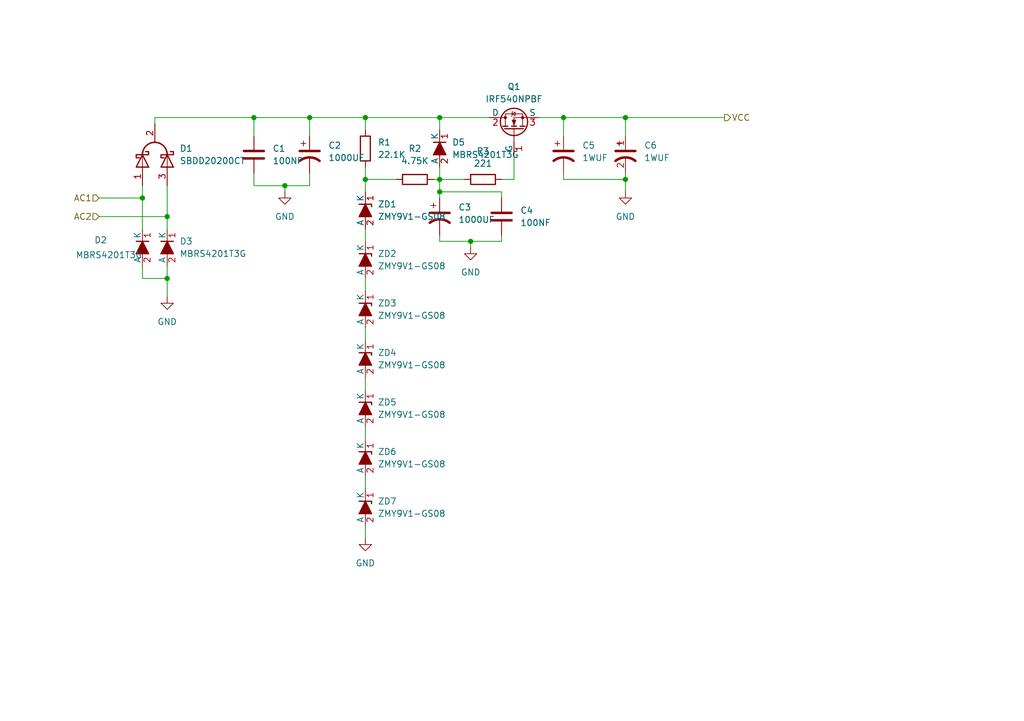
<source format=kicad_sch>
(kicad_sch
	(version 20250114)
	(generator "eeschema")
	(generator_version "9.0")
	(uuid "6dad1b16-b3d4-451c-97c5-e19427bb8780")
	(paper "A5")
	(lib_symbols
		(symbol "3rd_components:SBDD20200CT"
			(pin_names
				(offset 1.016)
				(hide yes)
			)
			(exclude_from_sim no)
			(in_bom yes)
			(on_board yes)
			(property "Reference" "D"
				(at 0 -13.716 0)
				(effects
					(font
						(size 1.27 1.27)
					)
				)
			)
			(property "Value" "SBDD20200CT"
				(at 0 -11.938 0)
				(effects
					(font
						(size 1.27 1.27)
					)
				)
			)
			(property "Footprint" ""
				(at 0 -4.445 0)
				(effects
					(font
						(size 1.27 1.27)
					)
					(hide yes)
				)
			)
			(property "Datasheet" ""
				(at 0 0 0)
				(effects
					(font
						(size 1.27 1.27)
					)
					(hide yes)
				)
			)
			(property "Description" ""
				(at 0 0 0)
				(effects
					(font
						(size 1.27 1.27)
					)
					(hide yes)
				)
			)
			(property "ki_keywords" "COMMON CATHODE"
				(at 0 0 0)
				(effects
					(font
						(size 1.27 1.27)
					)
					(hide yes)
				)
			)
			(property "ki_fp_filters" "D?MELF*"
				(at 0 0 0)
				(effects
					(font
						(size 1.27 1.27)
					)
					(hide yes)
				)
			)
			(symbol "SBDD20200CT_0_1"
				(polyline
					(pts
						(xy -2.54 -1.27) (xy -2.54 1.27)
					)
					(stroke
						(width 0)
						(type default)
					)
					(fill
						(type none)
					)
				)
				(polyline
					(pts
						(xy -1.905 1.905) (xy -1.27 1.905) (xy -1.27 1.27) (xy -3.81 1.27) (xy -3.81 0.635) (xy -3.175 0.635)
					)
					(stroke
						(width 0.254)
						(type default)
					)
					(fill
						(type none)
					)
				)
				(polyline
					(pts
						(xy -1.27 -1.27) (xy -3.81 -1.27) (xy -2.54 1.27) (xy -1.27 -1.27)
					)
					(stroke
						(width 0.254)
						(type default)
					)
					(fill
						(type none)
					)
				)
				(polyline
					(pts
						(xy 2.54 -1.27) (xy 2.54 1.27)
					)
					(stroke
						(width 0)
						(type default)
					)
					(fill
						(type none)
					)
				)
				(polyline
					(pts
						(xy 3.175 1.905) (xy 3.81 1.905) (xy 3.81 1.27) (xy 1.27 1.27) (xy 1.27 0.635) (xy 1.905 0.635)
					)
					(stroke
						(width 0.254)
						(type default)
					)
					(fill
						(type none)
					)
				)
				(polyline
					(pts
						(xy 3.81 -1.27) (xy 1.27 -1.27) (xy 2.54 1.27) (xy 3.81 -1.27)
					)
					(stroke
						(width 0.254)
						(type default)
					)
					(fill
						(type none)
					)
				)
			)
			(symbol "SBDD20200CT_1_1"
				(arc
					(start -2.54 1.27)
					(mid -1.7961 3.0661)
					(end 0 3.81)
					(stroke
						(width 0.3)
						(type solid)
					)
					(fill
						(type none)
					)
				)
				(arc
					(start 0 3.81)
					(mid 1.7961 3.0661)
					(end 2.54 1.27)
					(stroke
						(width 0.3)
						(type solid)
					)
					(fill
						(type none)
					)
				)
				(pin passive line
					(at -2.54 -5.08 90)
					(length 3.81)
					(name "A"
						(effects
							(font
								(size 1.27 1.27)
							)
						)
					)
					(number "1"
						(effects
							(font
								(size 1.27 1.27)
							)
						)
					)
				)
				(pin passive line
					(at 0 7.62 270)
					(length 3.81)
					(name "C"
						(effects
							(font
								(size 1.27 1.27)
							)
						)
					)
					(number "2"
						(effects
							(font
								(size 1.27 1.27)
							)
						)
					)
				)
				(pin passive line
					(at 2.54 -5.08 90)
					(length 3.81)
					(name "A"
						(effects
							(font
								(size 1.27 1.27)
							)
						)
					)
					(number "3"
						(effects
							(font
								(size 1.27 1.27)
							)
						)
					)
				)
			)
			(embedded_fonts no)
		)
		(symbol "C_Polarized_1"
			(pin_names
				(offset 0)
				(hide yes)
			)
			(exclude_from_sim no)
			(in_bom yes)
			(on_board yes)
			(property "Reference" "C"
				(at 1.778 -1.524 0)
				(effects
					(font
						(size 1.27 1.27)
					)
					(justify left)
				)
			)
			(property "Value" "C_Polarized"
				(at 1.778 -3.302 0)
				(effects
					(font
						(size 1.27 1.27)
					)
					(justify left)
				)
			)
			(property "Footprint" ""
				(at 0 0 0)
				(effects
					(font
						(size 1.27 1.27)
					)
					(hide yes)
				)
			)
			(property "Datasheet" "~"
				(at 0 0 0)
				(effects
					(font
						(size 1.27 1.27)
					)
					(hide yes)
				)
			)
			(property "Description" "Polarized Capacitor"
				(at 1.778 -5.334 0)
				(effects
					(font
						(size 1.27 1.27)
					)
					(justify left)
					(hide yes)
				)
			)
			(property "ki_keywords" "cap capacitor"
				(at 0 0 0)
				(effects
					(font
						(size 1.27 1.27)
					)
					(hide yes)
				)
			)
			(property "ki_fp_filters" "CP_*"
				(at 0 0 0)
				(effects
					(font
						(size 1.27 1.27)
					)
					(hide yes)
				)
			)
			(symbol "C_Polarized_1_0_1"
				(arc
					(start -1.27 2.032)
					(mid -0.5572 0)
					(end -1.27 -2.032)
					(stroke
						(width 0.508)
						(type default)
					)
					(fill
						(type none)
					)
				)
				(polyline
					(pts
						(xy 0.762 2.032) (xy 0.762 -2.032)
					)
					(stroke
						(width 0.508)
						(type default)
					)
					(fill
						(type none)
					)
				)
				(polyline
					(pts
						(xy 1.778 1.27) (xy 2.794 1.27)
					)
					(stroke
						(width 0)
						(type default)
					)
					(fill
						(type none)
					)
				)
				(polyline
					(pts
						(xy 2.286 1.778) (xy 2.286 0.762)
					)
					(stroke
						(width 0)
						(type default)
					)
					(fill
						(type none)
					)
				)
			)
			(symbol "C_Polarized_1_1_1"
				(pin passive line
					(at -3.81 0 0)
					(length 3.302)
					(name "2"
						(effects
							(font
								(size 1.27 1.27)
							)
						)
					)
					(number "2"
						(effects
							(font
								(size 1.27 1.27)
							)
						)
					)
				)
				(pin passive line
					(at 3.81 0 180)
					(length 2.794)
					(name "1"
						(effects
							(font
								(size 1.27 1.27)
							)
						)
					)
					(number "1"
						(effects
							(font
								(size 1.27 1.27)
							)
						)
					)
				)
			)
			(embedded_fonts no)
		)
		(symbol "generic components:C_Polarized"
			(pin_numbers
				(hide yes)
			)
			(pin_names
				(offset 0)
				(hide yes)
			)
			(exclude_from_sim no)
			(in_bom yes)
			(on_board yes)
			(property "Reference" "C"
				(at 1.778 -1.524 0)
				(effects
					(font
						(size 1.27 1.27)
					)
					(justify left)
				)
			)
			(property "Value" "C_Polarized"
				(at 1.778 -3.302 0)
				(effects
					(font
						(size 1.27 1.27)
					)
					(justify left)
				)
			)
			(property "Footprint" ""
				(at 0 0 0)
				(effects
					(font
						(size 1.27 1.27)
					)
					(hide yes)
				)
			)
			(property "Datasheet" "~"
				(at 0 0 0)
				(effects
					(font
						(size 1.27 1.27)
					)
					(hide yes)
				)
			)
			(property "Description" "Polarized Capacitor"
				(at 1.778 -5.334 0)
				(effects
					(font
						(size 1.27 1.27)
					)
					(justify left)
					(hide yes)
				)
			)
			(property "ki_keywords" "cap capacitor"
				(at 0 0 0)
				(effects
					(font
						(size 1.27 1.27)
					)
					(hide yes)
				)
			)
			(property "ki_fp_filters" "CP_*"
				(at 0 0 0)
				(effects
					(font
						(size 1.27 1.27)
					)
					(hide yes)
				)
			)
			(symbol "C_Polarized_0_1"
				(arc
					(start -1.27 2.032)
					(mid -0.5572 0)
					(end -1.27 -2.032)
					(stroke
						(width 0.508)
						(type default)
					)
					(fill
						(type none)
					)
				)
				(polyline
					(pts
						(xy 0.762 2.032) (xy 0.762 -2.032)
					)
					(stroke
						(width 0.508)
						(type default)
					)
					(fill
						(type none)
					)
				)
				(polyline
					(pts
						(xy 1.778 1.27) (xy 2.794 1.27)
					)
					(stroke
						(width 0)
						(type default)
					)
					(fill
						(type none)
					)
				)
				(polyline
					(pts
						(xy 2.286 1.778) (xy 2.286 0.762)
					)
					(stroke
						(width 0)
						(type default)
					)
					(fill
						(type none)
					)
				)
			)
			(symbol "C_Polarized_1_1"
				(pin passive line
					(at -3.81 0 0)
					(length 3.302)
					(name "2"
						(effects
							(font
								(size 1.27 1.27)
							)
						)
					)
					(number "2"
						(effects
							(font
								(size 1.27 1.27)
							)
						)
					)
				)
				(pin passive line
					(at 3.81 0 180)
					(length 2.794)
					(name "1"
						(effects
							(font
								(size 1.27 1.27)
							)
						)
					)
					(number "1"
						(effects
							(font
								(size 1.27 1.27)
							)
						)
					)
				)
			)
			(embedded_fonts no)
		)
		(symbol "generic components:C_Unpolarized"
			(pin_numbers
				(hide yes)
			)
			(pin_names
				(offset 0.254)
			)
			(exclude_from_sim no)
			(in_bom yes)
			(on_board yes)
			(property "Reference" "C"
				(at 1.524 1.27 0)
				(effects
					(font
						(size 1.27 1.27)
					)
					(justify left)
				)
			)
			(property "Value" "Cap_Non_Polarized"
				(at 1.524 -1.524 0)
				(effects
					(font
						(size 1.27 1.27)
					)
					(justify left)
				)
			)
			(property "Footprint" ""
				(at 0.9652 -3.81 0)
				(effects
					(font
						(size 1.27 1.27)
					)
					(hide yes)
				)
			)
			(property "Datasheet" "~"
				(at 0 0 0)
				(effects
					(font
						(size 1.27 1.27)
					)
					(hide yes)
				)
			)
			(property "Description" "Unpolarized capacitor"
				(at 1.524 -3.81 0)
				(effects
					(font
						(size 1.27 1.27)
					)
					(justify left)
					(hide yes)
				)
			)
			(property "ki_keywords" "cap capacitor"
				(at 0 0 0)
				(effects
					(font
						(size 1.27 1.27)
					)
					(hide yes)
				)
			)
			(property "ki_fp_filters" "C_*"
				(at 0 0 0)
				(effects
					(font
						(size 1.27 1.27)
					)
					(hide yes)
				)
			)
			(symbol "C_Unpolarized_0_1"
				(polyline
					(pts
						(xy -0.762 2.032) (xy -0.762 -2.032)
					)
					(stroke
						(width 0.508)
						(type default)
					)
					(fill
						(type none)
					)
				)
				(polyline
					(pts
						(xy 0.762 2.032) (xy 0.762 -2.032)
					)
					(stroke
						(width 0.508)
						(type default)
					)
					(fill
						(type none)
					)
				)
			)
			(symbol "C_Unpolarized_1_1"
				(pin passive line
					(at -3.81 0 0)
					(length 2.794)
					(name "~"
						(effects
							(font
								(size 1.27 1.27)
							)
						)
					)
					(number "2"
						(effects
							(font
								(size 1.27 1.27)
							)
						)
					)
				)
				(pin passive line
					(at 3.81 0 180)
					(length 2.794)
					(name "~"
						(effects
							(font
								(size 1.27 1.27)
							)
						)
					)
					(number "1"
						(effects
							(font
								(size 1.27 1.27)
							)
						)
					)
				)
			)
			(embedded_fonts no)
		)
		(symbol "generic components:Diode"
			(pin_names
				(offset 0)
			)
			(exclude_from_sim no)
			(in_bom yes)
			(on_board yes)
			(property "Reference" "D"
				(at 0 -2.794 0)
				(effects
					(font
						(size 1.27 1.27)
					)
					(justify left)
				)
			)
			(property "Value" "Diode"
				(at 0 -4.572 0)
				(effects
					(font
						(size 1.27 1.27)
					)
					(justify left)
				)
			)
			(property "Footprint" ""
				(at 0 0 0)
				(effects
					(font
						(size 1.27 1.27)
					)
					(hide yes)
				)
			)
			(property "Datasheet" "~"
				(at 0 0 0)
				(effects
					(font
						(size 1.27 1.27)
					)
					(hide yes)
				)
			)
			(property "Description" "Diode"
				(at 0 -6.35 0)
				(effects
					(font
						(size 1.27 1.27)
					)
					(justify left)
					(hide yes)
				)
			)
			(property "ki_fp_filters" "TO-???* *_Diode_* *SingleDiode* D_*"
				(at 0 0 0)
				(effects
					(font
						(size 1.27 1.27)
					)
					(hide yes)
				)
			)
			(symbol "Diode_0_1"
				(polyline
					(pts
						(xy -1.27 1.27) (xy -1.27 -1.27) (xy 1.27 0) (xy -1.27 1.27)
					)
					(stroke
						(width 0.254)
						(type default)
					)
					(fill
						(type outline)
					)
				)
				(polyline
					(pts
						(xy -1.27 0) (xy 1.27 0)
					)
					(stroke
						(width 0)
						(type default)
					)
					(fill
						(type none)
					)
				)
				(polyline
					(pts
						(xy 1.27 1.27) (xy 1.27 -1.27) (xy 1.27 -1.27)
					)
					(stroke
						(width 0.254)
						(type default)
					)
					(fill
						(type none)
					)
				)
			)
			(symbol "Diode_1_1"
				(pin passive line
					(at -3.81 0 0)
					(length 2.54)
					(name "A"
						(effects
							(font
								(size 1.27 1.27)
							)
						)
					)
					(number "2"
						(effects
							(font
								(size 1.27 1.27)
							)
						)
					)
				)
				(pin passive line
					(at 3.81 0 180)
					(length 2.54)
					(name "K"
						(effects
							(font
								(size 1.27 1.27)
							)
						)
					)
					(number "1"
						(effects
							(font
								(size 1.27 1.27)
							)
						)
					)
				)
			)
			(embedded_fonts no)
		)
		(symbol "generic components:Mosfet_N_Channel"
			(pin_names
				(offset 0)
			)
			(exclude_from_sim no)
			(in_bom yes)
			(on_board yes)
			(property "Reference" "Q"
				(at 5.334 2.032 0)
				(effects
					(font
						(size 1.27 1.27)
					)
					(justify left)
				)
			)
			(property "Value" "Mosfet_N_Channel"
				(at 5.334 0 0)
				(effects
					(font
						(size 1.27 1.27)
					)
					(justify left)
				)
			)
			(property "Footprint" ""
				(at 0 0 0)
				(effects
					(font
						(size 1.27 1.27)
					)
					(hide yes)
				)
			)
			(property "Datasheet" ""
				(at 0 0 0)
				(effects
					(font
						(size 1.27 1.27)
					)
					(hide yes)
				)
			)
			(property "Description" "N沟道"
				(at 5.334 -2.032 0)
				(effects
					(font
						(size 1.27 1.27)
					)
					(justify left)
					(hide yes)
				)
			)
			(symbol "Mosfet_N_Channel_0_1"
				(polyline
					(pts
						(xy 0.254 1.905) (xy 0.254 -1.905)
					)
					(stroke
						(width 0.254)
						(type default)
					)
					(fill
						(type none)
					)
				)
				(polyline
					(pts
						(xy 0.254 0) (xy -2.54 0)
					)
					(stroke
						(width 0)
						(type default)
					)
					(fill
						(type none)
					)
				)
				(polyline
					(pts
						(xy 0.762 2.286) (xy 0.762 1.27)
					)
					(stroke
						(width 0.254)
						(type default)
					)
					(fill
						(type none)
					)
				)
				(polyline
					(pts
						(xy 0.762 0.508) (xy 0.762 -0.508)
					)
					(stroke
						(width 0.254)
						(type default)
					)
					(fill
						(type none)
					)
				)
				(polyline
					(pts
						(xy 0.762 -1.27) (xy 0.762 -2.286)
					)
					(stroke
						(width 0.254)
						(type default)
					)
					(fill
						(type none)
					)
				)
				(polyline
					(pts
						(xy 0.762 -1.778) (xy 3.302 -1.778) (xy 3.302 1.778) (xy 0.762 1.778)
					)
					(stroke
						(width 0)
						(type default)
					)
					(fill
						(type none)
					)
				)
				(polyline
					(pts
						(xy 1.016 0) (xy 2.032 0.381) (xy 2.032 -0.381) (xy 1.016 0)
					)
					(stroke
						(width 0)
						(type default)
					)
					(fill
						(type outline)
					)
				)
				(circle
					(center 1.651 0)
					(radius 2.794)
					(stroke
						(width 0.254)
						(type default)
					)
					(fill
						(type none)
					)
				)
				(polyline
					(pts
						(xy 2.54 2.54) (xy 2.54 1.778)
					)
					(stroke
						(width 0)
						(type default)
					)
					(fill
						(type none)
					)
				)
				(circle
					(center 2.54 1.778)
					(radius 0.254)
					(stroke
						(width 0)
						(type default)
					)
					(fill
						(type outline)
					)
				)
				(circle
					(center 2.54 -1.778)
					(radius 0.254)
					(stroke
						(width 0)
						(type default)
					)
					(fill
						(type outline)
					)
				)
				(polyline
					(pts
						(xy 2.54 -2.54) (xy 2.54 0) (xy 0.762 0)
					)
					(stroke
						(width 0)
						(type default)
					)
					(fill
						(type none)
					)
				)
				(polyline
					(pts
						(xy 2.794 0.508) (xy 2.921 0.381) (xy 3.683 0.381) (xy 3.81 0.254)
					)
					(stroke
						(width 0)
						(type default)
					)
					(fill
						(type none)
					)
				)
				(polyline
					(pts
						(xy 3.302 0.381) (xy 2.921 -0.254) (xy 3.683 -0.254) (xy 3.302 0.381)
					)
					(stroke
						(width 0)
						(type default)
					)
					(fill
						(type none)
					)
				)
			)
			(symbol "Mosfet_N_Channel_1_1"
				(pin input line
					(at -5.08 0 0)
					(length 2.54)
					(name "G"
						(effects
							(font
								(size 1.27 1.27)
							)
						)
					)
					(number "1"
						(effects
							(font
								(size 1.27 1.27)
							)
						)
					)
				)
				(pin passive line
					(at 2.54 5.08 270)
					(length 2.54)
					(name "D"
						(effects
							(font
								(size 1.27 1.27)
							)
						)
					)
					(number "2"
						(effects
							(font
								(size 1.27 1.27)
							)
						)
					)
				)
				(pin passive line
					(at 2.54 -5.08 90)
					(length 2.54)
					(name "S"
						(effects
							(font
								(size 1.27 1.27)
							)
						)
					)
					(number "3"
						(effects
							(font
								(size 1.27 1.27)
							)
						)
					)
				)
			)
			(embedded_fonts no)
		)
		(symbol "generic components:R"
			(pin_numbers
				(hide yes)
			)
			(exclude_from_sim no)
			(in_bom yes)
			(on_board yes)
			(property "Reference" "R"
				(at 1.524 1.524 0)
				(effects
					(font
						(size 1.27 1.27)
					)
					(justify left)
				)
			)
			(property "Value" "R"
				(at 1.524 -1.524 0)
				(effects
					(font
						(size 1.27 1.27)
					)
					(justify left)
				)
			)
			(property "Footprint" ""
				(at 0 0 0)
				(effects
					(font
						(size 1.27 1.27)
					)
					(hide yes)
				)
			)
			(property "Datasheet" ""
				(at 0 0 0)
				(effects
					(font
						(size 1.27 1.27)
					)
					(hide yes)
				)
			)
			(property "Description" "Resistor"
				(at 1.524 0 0)
				(effects
					(font
						(size 1.27 1.27)
					)
					(justify left)
					(hide yes)
				)
			)
			(symbol "R_0_1"
				(rectangle
					(start -1.016 -2.54)
					(end 1.016 2.54)
					(stroke
						(width 0.254)
						(type default)
					)
					(fill
						(type none)
					)
				)
			)
			(symbol "R_1_1"
				(pin passive line
					(at 0 3.81 270)
					(length 1.27)
					(name "~"
						(effects
							(font
								(size 1.27 1.27)
							)
						)
					)
					(number "1"
						(effects
							(font
								(size 1.27 1.27)
							)
						)
					)
				)
				(pin passive line
					(at 0 -3.81 90)
					(length 1.27)
					(name "~"
						(effects
							(font
								(size 1.27 1.27)
							)
						)
					)
					(number "2"
						(effects
							(font
								(size 1.27 1.27)
							)
						)
					)
				)
			)
			(embedded_fonts no)
		)
		(symbol "generic components:Zener_Diode"
			(pin_names
				(offset 0)
			)
			(exclude_from_sim no)
			(in_bom yes)
			(on_board yes)
			(property "Reference" "ZD"
				(at 0 -2.794 0)
				(effects
					(font
						(size 1.27 1.27)
					)
					(justify left)
				)
			)
			(property "Value" ""
				(at 0 0 0)
				(effects
					(font
						(size 1.27 1.27)
					)
				)
			)
			(property "Footprint" ""
				(at 0 0 0)
				(effects
					(font
						(size 1.27 1.27)
					)
					(hide yes)
				)
			)
			(property "Datasheet" ""
				(at 0 0 0)
				(effects
					(font
						(size 1.27 1.27)
					)
					(hide yes)
				)
			)
			(property "Description" "Zener Diode"
				(at 0 -4.572 0)
				(effects
					(font
						(size 1.27 1.27)
					)
					(justify left)
					(hide yes)
				)
			)
			(symbol "Zener_Diode_0_1"
				(polyline
					(pts
						(xy -1.27 -1.27) (xy -1.27 1.27) (xy -0.762 1.27)
					)
					(stroke
						(width 0.254)
						(type default)
					)
					(fill
						(type none)
					)
				)
				(polyline
					(pts
						(xy 1.27 0) (xy -1.27 0)
					)
					(stroke
						(width 0)
						(type default)
					)
					(fill
						(type none)
					)
				)
				(polyline
					(pts
						(xy 1.27 -1.27) (xy 1.27 1.27) (xy -1.27 0) (xy 1.27 -1.27)
					)
					(stroke
						(width 0.254)
						(type default)
					)
					(fill
						(type outline)
					)
				)
			)
			(symbol "Zener_Diode_1_1"
				(pin passive line
					(at -3.81 0 0)
					(length 2.54)
					(name "K"
						(effects
							(font
								(size 1.27 1.27)
							)
						)
					)
					(number "1"
						(effects
							(font
								(size 1.27 1.27)
							)
						)
					)
				)
				(pin passive line
					(at 3.81 0 180)
					(length 2.54)
					(name "A"
						(effects
							(font
								(size 1.27 1.27)
							)
						)
					)
					(number "2"
						(effects
							(font
								(size 1.27 1.27)
							)
						)
					)
				)
			)
			(embedded_fonts no)
		)
		(symbol "power:GND"
			(power)
			(pin_numbers
				(hide yes)
			)
			(pin_names
				(offset 0)
				(hide yes)
			)
			(exclude_from_sim no)
			(in_bom yes)
			(on_board yes)
			(property "Reference" "#PWR"
				(at 0 -6.35 0)
				(effects
					(font
						(size 1.27 1.27)
					)
					(hide yes)
				)
			)
			(property "Value" "GND"
				(at 0 -3.81 0)
				(effects
					(font
						(size 1.27 1.27)
					)
				)
			)
			(property "Footprint" ""
				(at 0 0 0)
				(effects
					(font
						(size 1.27 1.27)
					)
					(hide yes)
				)
			)
			(property "Datasheet" ""
				(at 0 0 0)
				(effects
					(font
						(size 1.27 1.27)
					)
					(hide yes)
				)
			)
			(property "Description" "Power symbol creates a global label with name \"GND\" , ground"
				(at 0 0 0)
				(effects
					(font
						(size 1.27 1.27)
					)
					(hide yes)
				)
			)
			(property "ki_keywords" "global power"
				(at 0 0 0)
				(effects
					(font
						(size 1.27 1.27)
					)
					(hide yes)
				)
			)
			(symbol "GND_0_1"
				(polyline
					(pts
						(xy 0 0) (xy 0 -1.27) (xy 1.27 -1.27) (xy 0 -2.54) (xy -1.27 -1.27) (xy 0 -1.27)
					)
					(stroke
						(width 0)
						(type default)
					)
					(fill
						(type none)
					)
				)
			)
			(symbol "GND_1_1"
				(pin power_in line
					(at 0 0 270)
					(length 0)
					(name "~"
						(effects
							(font
								(size 1.27 1.27)
							)
						)
					)
					(number "1"
						(effects
							(font
								(size 1.27 1.27)
							)
						)
					)
				)
			)
			(embedded_fonts no)
		)
	)
	(junction
		(at 90.17 39.37)
		(diameter 0)
		(color 0 0 0 0)
		(uuid "08dbc134-e74c-4af1-8655-bba15576bd45")
	)
	(junction
		(at 128.27 36.83)
		(diameter 0)
		(color 0 0 0 0)
		(uuid "13136010-b45b-4909-b6f7-583ee6c50422")
	)
	(junction
		(at 90.17 36.83)
		(diameter 0)
		(color 0 0 0 0)
		(uuid "3014fdf8-05b9-44e6-9691-0167a83b18dd")
	)
	(junction
		(at 29.21 40.64)
		(diameter 0)
		(color 0 0 0 0)
		(uuid "380ad678-c139-4d92-a8c8-da5de6c9288c")
	)
	(junction
		(at 115.57 24.13)
		(diameter 0)
		(color 0 0 0 0)
		(uuid "46df7af3-a202-4c94-be9e-db6a328a72d4")
	)
	(junction
		(at 63.5 24.13)
		(diameter 0)
		(color 0 0 0 0)
		(uuid "4dc97dcd-e452-48d8-b71c-74976a796e92")
	)
	(junction
		(at 96.52 49.53)
		(diameter 0)
		(color 0 0 0 0)
		(uuid "5f716e11-d3bd-4573-b0b9-92fb39ea869b")
	)
	(junction
		(at 52.07 24.13)
		(diameter 0)
		(color 0 0 0 0)
		(uuid "8aa6d9ee-f704-4ce9-9d9e-d47980dbbda3")
	)
	(junction
		(at 90.17 24.13)
		(diameter 0)
		(color 0 0 0 0)
		(uuid "8b46e75a-e1de-4ad6-a2f8-c24abf26fee2")
	)
	(junction
		(at 34.29 57.15)
		(diameter 0)
		(color 0 0 0 0)
		(uuid "8df8f2f7-90c6-481a-a427-ddb1e4b89286")
	)
	(junction
		(at 74.93 36.83)
		(diameter 0)
		(color 0 0 0 0)
		(uuid "9889702e-d044-4a20-8f91-942d47e70d51")
	)
	(junction
		(at 34.29 44.45)
		(diameter 0)
		(color 0 0 0 0)
		(uuid "d35caff5-dc55-4ef8-bb76-1c278fd8e138")
	)
	(junction
		(at 58.42 38.1)
		(diameter 0)
		(color 0 0 0 0)
		(uuid "d8a91bf8-b1be-4868-a600-c1b307d725fa")
	)
	(junction
		(at 128.27 24.13)
		(diameter 0)
		(color 0 0 0 0)
		(uuid "ed60d066-369f-4672-9f2b-6ee7c02b22dc")
	)
	(junction
		(at 74.93 24.13)
		(diameter 0)
		(color 0 0 0 0)
		(uuid "f55c5eb9-d08f-4c26-a853-1071a1616a5c")
	)
	(wire
		(pts
			(xy 102.87 40.64) (xy 102.87 39.37)
		)
		(stroke
			(width 0)
			(type default)
		)
		(uuid "0b2740c7-4d9d-4d1f-bc0d-a8fe72ff2859")
	)
	(wire
		(pts
			(xy 90.17 34.29) (xy 90.17 36.83)
		)
		(stroke
			(width 0)
			(type default)
		)
		(uuid "0b35e3df-8411-49b3-914e-14b8fe286314")
	)
	(wire
		(pts
			(xy 74.93 87.63) (xy 74.93 90.17)
		)
		(stroke
			(width 0)
			(type default)
		)
		(uuid "0f220b74-a110-44f2-a770-c04dd86f4fb3")
	)
	(wire
		(pts
			(xy 74.93 97.79) (xy 74.93 100.33)
		)
		(stroke
			(width 0)
			(type default)
		)
		(uuid "114ed40a-e17c-45d5-bf2a-25ae20a37eb3")
	)
	(wire
		(pts
			(xy 74.93 24.13) (xy 74.93 26.67)
		)
		(stroke
			(width 0)
			(type default)
		)
		(uuid "1a3a6ba9-1b92-4a2a-86fe-6974a4666855")
	)
	(wire
		(pts
			(xy 63.5 24.13) (xy 74.93 24.13)
		)
		(stroke
			(width 0)
			(type default)
		)
		(uuid "1d11c125-3d55-4118-9911-7d8470accd96")
	)
	(wire
		(pts
			(xy 20.32 40.64) (xy 29.21 40.64)
		)
		(stroke
			(width 0)
			(type default)
		)
		(uuid "1dc0f00c-d676-44a5-b301-64a51f2f947b")
	)
	(wire
		(pts
			(xy 63.5 24.13) (xy 63.5 27.94)
		)
		(stroke
			(width 0)
			(type default)
		)
		(uuid "1eae801f-a63f-4875-9a61-97c8ab933a67")
	)
	(wire
		(pts
			(xy 110.49 24.13) (xy 115.57 24.13)
		)
		(stroke
			(width 0)
			(type default)
		)
		(uuid "201472dd-0c7e-49bc-9b39-aa8b0776df72")
	)
	(wire
		(pts
			(xy 115.57 35.56) (xy 115.57 36.83)
		)
		(stroke
			(width 0)
			(type default)
		)
		(uuid "237ee5eb-6302-4091-b4c2-f84fdf815f70")
	)
	(wire
		(pts
			(xy 74.93 36.83) (xy 74.93 39.37)
		)
		(stroke
			(width 0)
			(type default)
		)
		(uuid "2cb7dcbd-d9bf-420a-949f-bd06b797523b")
	)
	(wire
		(pts
			(xy 29.21 40.64) (xy 29.21 46.99)
		)
		(stroke
			(width 0)
			(type default)
		)
		(uuid "3097b43c-f45c-4c92-a2b1-fe630011d6bb")
	)
	(wire
		(pts
			(xy 29.21 40.64) (xy 29.21 38.1)
		)
		(stroke
			(width 0)
			(type default)
		)
		(uuid "3830c278-97ed-4b8a-9532-fbe69303143a")
	)
	(wire
		(pts
			(xy 102.87 39.37) (xy 90.17 39.37)
		)
		(stroke
			(width 0)
			(type default)
		)
		(uuid "44acbca7-5ff3-41f4-acaf-c31c3e7b6e5d")
	)
	(wire
		(pts
			(xy 90.17 36.83) (xy 90.17 39.37)
		)
		(stroke
			(width 0)
			(type default)
		)
		(uuid "46a5fd18-4334-4ace-adbd-70d0cd5740a8")
	)
	(wire
		(pts
			(xy 58.42 38.1) (xy 58.42 39.37)
		)
		(stroke
			(width 0)
			(type default)
		)
		(uuid "49da3b5a-7e83-43e9-ad06-21af09b1faee")
	)
	(wire
		(pts
			(xy 74.93 107.95) (xy 74.93 110.49)
		)
		(stroke
			(width 0)
			(type default)
		)
		(uuid "49ef0a17-18d9-47f9-8017-b97dfb25ad20")
	)
	(wire
		(pts
			(xy 90.17 49.53) (xy 96.52 49.53)
		)
		(stroke
			(width 0)
			(type default)
		)
		(uuid "4b591283-3c9f-4464-ba56-961350afa7a6")
	)
	(wire
		(pts
			(xy 102.87 36.83) (xy 105.41 36.83)
		)
		(stroke
			(width 0)
			(type default)
		)
		(uuid "4b845548-2455-44af-900d-bba8dfa7e42d")
	)
	(wire
		(pts
			(xy 128.27 35.56) (xy 128.27 36.83)
		)
		(stroke
			(width 0)
			(type default)
		)
		(uuid "583dccbc-3d4d-4718-903a-e2eaca13814f")
	)
	(wire
		(pts
			(xy 74.93 67.31) (xy 74.93 69.85)
		)
		(stroke
			(width 0)
			(type default)
		)
		(uuid "5a47f1cb-3822-407d-8d91-5fb5b782bf0a")
	)
	(wire
		(pts
			(xy 115.57 24.13) (xy 115.57 27.94)
		)
		(stroke
			(width 0)
			(type default)
		)
		(uuid "5aa8724f-f847-4cfc-b93e-9e0e5f56a4c1")
	)
	(wire
		(pts
			(xy 74.93 34.29) (xy 74.93 36.83)
		)
		(stroke
			(width 0)
			(type default)
		)
		(uuid "5b933c83-7431-482a-99ba-d5adad7ab562")
	)
	(wire
		(pts
			(xy 128.27 36.83) (xy 128.27 39.37)
		)
		(stroke
			(width 0)
			(type default)
		)
		(uuid "5d3b2dc1-2a96-4c7f-951e-5d15e00016a1")
	)
	(wire
		(pts
			(xy 90.17 39.37) (xy 90.17 40.64)
		)
		(stroke
			(width 0)
			(type default)
		)
		(uuid "5eeaf6cd-cee8-4ff7-a623-a9c61327dde7")
	)
	(wire
		(pts
			(xy 31.75 24.13) (xy 52.07 24.13)
		)
		(stroke
			(width 0)
			(type default)
		)
		(uuid "6742e3d0-2ac4-4c0b-a995-9257ab1189e9")
	)
	(wire
		(pts
			(xy 74.93 36.83) (xy 81.28 36.83)
		)
		(stroke
			(width 0)
			(type default)
		)
		(uuid "6969762f-6d4f-4aa6-adc6-1f9a4c970bcb")
	)
	(wire
		(pts
			(xy 20.32 44.45) (xy 34.29 44.45)
		)
		(stroke
			(width 0)
			(type default)
		)
		(uuid "6b3607a9-a9fa-49ec-9c81-81f78d97f38f")
	)
	(wire
		(pts
			(xy 115.57 36.83) (xy 128.27 36.83)
		)
		(stroke
			(width 0)
			(type default)
		)
		(uuid "73868fee-cf5a-406a-8c1a-f29413aae2ad")
	)
	(wire
		(pts
			(xy 29.21 54.61) (xy 29.21 57.15)
		)
		(stroke
			(width 0)
			(type default)
		)
		(uuid "750399b0-1c9f-4489-9178-b36bbcd95e40")
	)
	(wire
		(pts
			(xy 128.27 24.13) (xy 148.59 24.13)
		)
		(stroke
			(width 0)
			(type default)
		)
		(uuid "775de020-25e8-4676-b77e-c081ed7c6104")
	)
	(wire
		(pts
			(xy 128.27 24.13) (xy 128.27 27.94)
		)
		(stroke
			(width 0)
			(type default)
		)
		(uuid "7bfff610-a21d-46ed-8a0f-7ca99b513a66")
	)
	(wire
		(pts
			(xy 74.93 57.15) (xy 74.93 59.69)
		)
		(stroke
			(width 0)
			(type default)
		)
		(uuid "7fa6c100-fa60-4c8b-b2fa-d637cc6ebb18")
	)
	(wire
		(pts
			(xy 34.29 57.15) (xy 34.29 54.61)
		)
		(stroke
			(width 0)
			(type default)
		)
		(uuid "82c34b56-bd0d-4d9b-af50-5c9776c12d6e")
	)
	(wire
		(pts
			(xy 105.41 36.83) (xy 105.41 31.75)
		)
		(stroke
			(width 0)
			(type default)
		)
		(uuid "90ea943b-2c17-4c4b-8f79-2ace25d1b06b")
	)
	(wire
		(pts
			(xy 115.57 24.13) (xy 128.27 24.13)
		)
		(stroke
			(width 0)
			(type default)
		)
		(uuid "9179ce89-aa99-4c36-966a-d5f5afd5d401")
	)
	(wire
		(pts
			(xy 90.17 36.83) (xy 95.25 36.83)
		)
		(stroke
			(width 0)
			(type default)
		)
		(uuid "92107eaa-65e5-447a-ae7c-b619f1fa1af9")
	)
	(wire
		(pts
			(xy 34.29 38.1) (xy 34.29 44.45)
		)
		(stroke
			(width 0)
			(type default)
		)
		(uuid "9f0ecf33-99bb-478c-99c9-cc8b4006c1b6")
	)
	(wire
		(pts
			(xy 102.87 48.26) (xy 102.87 49.53)
		)
		(stroke
			(width 0)
			(type default)
		)
		(uuid "a3870a77-0e9a-4a6f-947b-59e81cb5fbcb")
	)
	(wire
		(pts
			(xy 63.5 38.1) (xy 58.42 38.1)
		)
		(stroke
			(width 0)
			(type default)
		)
		(uuid "a751d10e-f617-4047-96ec-36436243ddca")
	)
	(wire
		(pts
			(xy 74.93 46.99) (xy 74.93 49.53)
		)
		(stroke
			(width 0)
			(type default)
		)
		(uuid "aac08825-b1d4-4765-97ca-2a348430ed52")
	)
	(wire
		(pts
			(xy 74.93 24.13) (xy 90.17 24.13)
		)
		(stroke
			(width 0)
			(type default)
		)
		(uuid "b38c8dc9-83af-429d-838e-a2c9c5bef22e")
	)
	(wire
		(pts
			(xy 90.17 24.13) (xy 100.33 24.13)
		)
		(stroke
			(width 0)
			(type default)
		)
		(uuid "b9590173-0f8c-47ca-9e05-7433bb56826d")
	)
	(wire
		(pts
			(xy 90.17 24.13) (xy 90.17 26.67)
		)
		(stroke
			(width 0)
			(type default)
		)
		(uuid "bb096601-42d9-4dc9-8369-b525fd406ac5")
	)
	(wire
		(pts
			(xy 96.52 49.53) (xy 96.52 50.8)
		)
		(stroke
			(width 0)
			(type default)
		)
		(uuid "c5cdbe16-8c93-446f-8233-77561dc360d4")
	)
	(wire
		(pts
			(xy 31.75 25.4) (xy 31.75 24.13)
		)
		(stroke
			(width 0)
			(type default)
		)
		(uuid "d5f92d87-99c8-4387-bf06-846d8f14b53f")
	)
	(wire
		(pts
			(xy 52.07 24.13) (xy 52.07 27.94)
		)
		(stroke
			(width 0)
			(type default)
		)
		(uuid "dd515b91-d63a-42d2-bf60-58084ebfc91f")
	)
	(wire
		(pts
			(xy 88.9 36.83) (xy 90.17 36.83)
		)
		(stroke
			(width 0)
			(type default)
		)
		(uuid "dd894c2b-5ed2-44e7-a956-d735d79279be")
	)
	(wire
		(pts
			(xy 34.29 46.99) (xy 34.29 44.45)
		)
		(stroke
			(width 0)
			(type default)
		)
		(uuid "de432d0e-3a10-4426-a9ba-bafb4f724984")
	)
	(wire
		(pts
			(xy 29.21 57.15) (xy 34.29 57.15)
		)
		(stroke
			(width 0)
			(type default)
		)
		(uuid "e1f3b179-f8ba-47d4-9cd8-993928b8c0ab")
	)
	(wire
		(pts
			(xy 34.29 57.15) (xy 34.29 60.96)
		)
		(stroke
			(width 0)
			(type default)
		)
		(uuid "ece49d3b-3489-4748-bf55-57a16a16c629")
	)
	(wire
		(pts
			(xy 96.52 49.53) (xy 102.87 49.53)
		)
		(stroke
			(width 0)
			(type default)
		)
		(uuid "edc8567c-af81-45ef-b7ad-9d39c39cfa73")
	)
	(wire
		(pts
			(xy 90.17 48.26) (xy 90.17 49.53)
		)
		(stroke
			(width 0)
			(type default)
		)
		(uuid "f40bee4f-faec-4eaa-916c-bc77fb7654ba")
	)
	(wire
		(pts
			(xy 52.07 24.13) (xy 63.5 24.13)
		)
		(stroke
			(width 0)
			(type default)
		)
		(uuid "f4f6196f-421f-4290-bdf4-5ea8da663006")
	)
	(wire
		(pts
			(xy 63.5 35.56) (xy 63.5 38.1)
		)
		(stroke
			(width 0)
			(type default)
		)
		(uuid "fb2e275f-1869-42e8-9d48-d6a7160d3abd")
	)
	(wire
		(pts
			(xy 74.93 77.47) (xy 74.93 80.01)
		)
		(stroke
			(width 0)
			(type default)
		)
		(uuid "fba374dc-e9de-4e02-94fa-eeed6d5a6968")
	)
	(wire
		(pts
			(xy 52.07 35.56) (xy 52.07 38.1)
		)
		(stroke
			(width 0)
			(type default)
		)
		(uuid "fe852df3-d09a-47b4-b34e-352b3fad9c5a")
	)
	(wire
		(pts
			(xy 58.42 38.1) (xy 52.07 38.1)
		)
		(stroke
			(width 0)
			(type default)
		)
		(uuid "fea16cf4-3269-4856-a764-1fefc427cdf2")
	)
	(hierarchical_label "AC1"
		(shape input)
		(at 20.32 40.64 180)
		(effects
			(font
				(size 1.27 1.27)
			)
			(justify right)
		)
		(uuid "0b6afcd3-0ae1-4d49-b39f-a11660ed7048")
	)
	(hierarchical_label "AC2"
		(shape input)
		(at 20.32 44.45 180)
		(effects
			(font
				(size 1.27 1.27)
			)
			(justify right)
		)
		(uuid "378f8481-0f42-4275-a005-b8c35c192a27")
	)
	(hierarchical_label "VCC"
		(shape output)
		(at 148.59 24.13 0)
		(effects
			(font
				(size 1.27 1.27)
			)
			(justify left)
		)
		(uuid "56a05c66-9ff8-4cc5-a41b-c3d836b5795f")
	)
	(symbol
		(lib_id "generic components:Mosfet_N_Channel")
		(at 105.41 26.67 90)
		(unit 1)
		(exclude_from_sim no)
		(in_bom yes)
		(on_board yes)
		(dnp no)
		(fields_autoplaced yes)
		(uuid "0fd9b701-9b5a-4465-a38d-fcd52deffc68")
		(property "Reference" "Q1"
			(at 105.41 17.78 90)
			(effects
				(font
					(size 1.27 1.27)
				)
			)
		)
		(property "Value" "IRF540NPBF"
			(at 105.41 20.32 90)
			(effects
				(font
					(size 1.27 1.27)
				)
			)
		)
		(property "Footprint" "3rd package:IRF540NPBF"
			(at 105.41 26.67 0)
			(effects
				(font
					(size 1.27 1.27)
				)
				(hide yes)
			)
		)
		(property "Datasheet" ""
			(at 105.41 26.67 0)
			(effects
				(font
					(size 1.27 1.27)
				)
				(hide yes)
			)
		)
		(property "Description" "N沟道"
			(at 107.442 21.336 0)
			(effects
				(font
					(size 1.27 1.27)
				)
				(justify left)
				(hide yes)
			)
		)
		(pin "1"
			(uuid "b0a29f13-c0e8-4394-ba1d-82e7ad953b98")
		)
		(pin "3"
			(uuid "a76657c5-e164-4d2d-b94f-6cc051cc9851")
		)
		(pin "2"
			(uuid "3978ed48-3b59-40a2-a5e9-90fbf601689b")
		)
		(instances
			(project ""
				(path "/4eaf1a87-769b-4cd8-9c87-35d37ffb87a8/fb33e2ae-c723-44d0-9e56-3e3cb83f2d63"
					(reference "Q1")
					(unit 1)
				)
			)
		)
	)
	(symbol
		(lib_id "generic components:R")
		(at 99.06 36.83 90)
		(unit 1)
		(exclude_from_sim no)
		(in_bom yes)
		(on_board yes)
		(dnp no)
		(fields_autoplaced yes)
		(uuid "1b5cb4e2-c1ca-4988-b977-c85226303ac8")
		(property "Reference" "R3"
			(at 99.06 30.9958 90)
			(effects
				(font
					(size 1.27 1.27)
				)
			)
		)
		(property "Value" "221"
			(at 99.06 33.5358 90)
			(effects
				(font
					(size 1.27 1.27)
				)
			)
		)
		(property "Footprint" "generic package:R_1206"
			(at 99.06 36.83 0)
			(effects
				(font
					(size 1.27 1.27)
				)
				(hide yes)
			)
		)
		(property "Datasheet" ""
			(at 99.06 36.83 0)
			(effects
				(font
					(size 1.27 1.27)
				)
				(hide yes)
			)
		)
		(property "Description" "Resistor"
			(at 99.06 35.306 0)
			(effects
				(font
					(size 1.27 1.27)
				)
				(justify left)
				(hide yes)
			)
		)
		(pin "2"
			(uuid "64127b95-7cb7-4779-992b-389d0f42c383")
		)
		(pin "1"
			(uuid "621b6729-cac0-4b79-adb8-7dd8623ea223")
		)
		(instances
			(project "PASS ALEPH P 1.7"
				(path "/4eaf1a87-769b-4cd8-9c87-35d37ffb87a8/fb33e2ae-c723-44d0-9e56-3e3cb83f2d63"
					(reference "R3")
					(unit 1)
				)
			)
		)
	)
	(symbol
		(lib_id "generic components:Diode")
		(at 29.21 50.8 90)
		(unit 1)
		(exclude_from_sim no)
		(in_bom yes)
		(on_board yes)
		(dnp no)
		(uuid "1d0c5c0d-324c-4e93-8655-229e56ddd802")
		(property "Reference" "D2"
			(at 19.304 49.276 90)
			(effects
				(font
					(size 1.27 1.27)
				)
				(justify right)
			)
		)
		(property "Value" "MBRS4201T3G"
			(at 15.494 52.324 90)
			(effects
				(font
					(size 1.27 1.27)
				)
				(justify right)
			)
		)
		(property "Footprint" "3rd package:MBRS4201T3G"
			(at 29.21 50.8 0)
			(effects
				(font
					(size 1.27 1.27)
				)
				(hide yes)
			)
		)
		(property "Datasheet" "~"
			(at 29.21 50.8 0)
			(effects
				(font
					(size 1.27 1.27)
				)
				(hide yes)
			)
		)
		(property "Description" "Diode"
			(at 35.56 50.8 0)
			(effects
				(font
					(size 1.27 1.27)
				)
				(justify left)
				(hide yes)
			)
		)
		(pin "1"
			(uuid "90e2a5cf-66f3-414a-b3e7-2128fd39906b")
		)
		(pin "2"
			(uuid "0416ed1f-a24a-4e9e-911e-c1e6bd77bb3e")
		)
		(instances
			(project "PASS ALEPH P 1.7"
				(path "/4eaf1a87-769b-4cd8-9c87-35d37ffb87a8/fb33e2ae-c723-44d0-9e56-3e3cb83f2d63"
					(reference "D2")
					(unit 1)
				)
			)
		)
	)
	(symbol
		(lib_id "3rd_components:SBDD20200CT")
		(at 31.75 33.02 0)
		(unit 1)
		(exclude_from_sim no)
		(in_bom yes)
		(on_board yes)
		(dnp no)
		(fields_autoplaced yes)
		(uuid "272045bc-9f50-488e-aa24-dcd3a24c28c5")
		(property "Reference" "D1"
			(at 36.83 30.4684 0)
			(effects
				(font
					(size 1.27 1.27)
				)
				(justify left)
			)
		)
		(property "Value" "SBDD20200CT"
			(at 36.83 33.0084 0)
			(effects
				(font
					(size 1.27 1.27)
				)
				(justify left)
			)
		)
		(property "Footprint" "3rd package:SBDD20200CT"
			(at 31.75 37.465 0)
			(effects
				(font
					(size 1.27 1.27)
				)
				(hide yes)
			)
		)
		(property "Datasheet" ""
			(at 31.75 33.02 0)
			(effects
				(font
					(size 1.27 1.27)
				)
				(hide yes)
			)
		)
		(property "Description" ""
			(at 31.75 33.02 0)
			(effects
				(font
					(size 1.27 1.27)
				)
				(hide yes)
			)
		)
		(pin "1"
			(uuid "c164e75a-eea7-4496-a703-88445dfecec1")
		)
		(pin "3"
			(uuid "e94db672-38ac-4fba-9a8c-756c8a155cc0")
		)
		(pin "2"
			(uuid "a1712b9c-f7e9-4b38-8193-3c2af43546a0")
		)
		(instances
			(project ""
				(path "/4eaf1a87-769b-4cd8-9c87-35d37ffb87a8/fb33e2ae-c723-44d0-9e56-3e3cb83f2d63"
					(reference "D1")
					(unit 1)
				)
			)
		)
	)
	(symbol
		(lib_id "generic components:Zener_Diode")
		(at 74.93 93.98 270)
		(unit 1)
		(exclude_from_sim no)
		(in_bom yes)
		(on_board yes)
		(dnp no)
		(fields_autoplaced yes)
		(uuid "28b02e13-b2c8-4880-9750-cc00d6444adf")
		(property "Reference" "ZD6"
			(at 77.47 92.7099 90)
			(effects
				(font
					(size 1.27 1.27)
				)
				(justify left)
			)
		)
		(property "Value" "ZMY9V1-GS08"
			(at 77.47 95.2499 90)
			(effects
				(font
					(size 1.27 1.27)
				)
				(justify left)
			)
		)
		(property "Footprint" "3rd package:ZMY9V1-GS08"
			(at 74.93 93.98 0)
			(effects
				(font
					(size 1.27 1.27)
				)
				(hide yes)
			)
		)
		(property "Datasheet" ""
			(at 74.93 93.98 0)
			(effects
				(font
					(size 1.27 1.27)
				)
				(hide yes)
			)
		)
		(property "Description" "Zener Diode"
			(at 70.358 93.98 0)
			(effects
				(font
					(size 1.27 1.27)
				)
				(justify left)
				(hide yes)
			)
		)
		(pin "1"
			(uuid "77e9d1cf-c2a4-41ea-a17f-77552a650fe8")
		)
		(pin "2"
			(uuid "a9d7bece-c3f0-4070-9a5c-bf9ff34458c2")
		)
		(instances
			(project "PASS ALEPH P 1.7"
				(path "/4eaf1a87-769b-4cd8-9c87-35d37ffb87a8/fb33e2ae-c723-44d0-9e56-3e3cb83f2d63"
					(reference "ZD6")
					(unit 1)
				)
			)
		)
	)
	(symbol
		(lib_id "generic components:C_Polarized")
		(at 115.57 31.75 90)
		(unit 1)
		(exclude_from_sim no)
		(in_bom yes)
		(on_board yes)
		(dnp no)
		(fields_autoplaced yes)
		(uuid "34ddb8f0-48f1-43b2-91ab-71532310f0e3")
		(property "Reference" "C5"
			(at 119.38 29.8449 90)
			(effects
				(font
					(size 1.27 1.27)
				)
				(justify right)
			)
		)
		(property "Value" "1WUF"
			(at 119.38 32.3849 90)
			(effects
				(font
					(size 1.27 1.27)
				)
				(justify right)
			)
		)
		(property "Footprint" "generic package:CAP 1WμF"
			(at 115.57 31.75 0)
			(effects
				(font
					(size 1.27 1.27)
				)
				(hide yes)
			)
		)
		(property "Datasheet" "~"
			(at 115.57 31.75 0)
			(effects
				(font
					(size 1.27 1.27)
				)
				(hide yes)
			)
		)
		(property "Description" "Polarized Capacitor"
			(at 120.904 29.972 0)
			(effects
				(font
					(size 1.27 1.27)
				)
				(justify left)
				(hide yes)
			)
		)
		(pin "1"
			(uuid "ad30bd81-286d-4792-82cc-c16c823b7158")
		)
		(pin "2"
			(uuid "a000ab5e-6636-470d-80ba-8715ab45c0aa")
		)
		(instances
			(project "PASS ALEPH P 1.7"
				(path "/4eaf1a87-769b-4cd8-9c87-35d37ffb87a8/fb33e2ae-c723-44d0-9e56-3e3cb83f2d63"
					(reference "C5")
					(unit 1)
				)
			)
		)
	)
	(symbol
		(lib_id "generic components:Zener_Diode")
		(at 74.93 104.14 270)
		(unit 1)
		(exclude_from_sim no)
		(in_bom yes)
		(on_board yes)
		(dnp no)
		(fields_autoplaced yes)
		(uuid "368f4812-12c6-480a-8e34-0ca6884f44d6")
		(property "Reference" "ZD7"
			(at 77.47 102.8699 90)
			(effects
				(font
					(size 1.27 1.27)
				)
				(justify left)
			)
		)
		(property "Value" "ZMY9V1-GS08"
			(at 77.47 105.4099 90)
			(effects
				(font
					(size 1.27 1.27)
				)
				(justify left)
			)
		)
		(property "Footprint" "3rd package:ZMY9V1-GS08"
			(at 74.93 104.14 0)
			(effects
				(font
					(size 1.27 1.27)
				)
				(hide yes)
			)
		)
		(property "Datasheet" ""
			(at 74.93 104.14 0)
			(effects
				(font
					(size 1.27 1.27)
				)
				(hide yes)
			)
		)
		(property "Description" "Zener Diode"
			(at 70.358 104.14 0)
			(effects
				(font
					(size 1.27 1.27)
				)
				(justify left)
				(hide yes)
			)
		)
		(pin "1"
			(uuid "b9dd6d04-e83a-49f6-a7a9-8d4d095fa009")
		)
		(pin "2"
			(uuid "0abff273-9384-4605-9bc8-08f75be542f2")
		)
		(instances
			(project "PASS ALEPH P 1.7"
				(path "/4eaf1a87-769b-4cd8-9c87-35d37ffb87a8/fb33e2ae-c723-44d0-9e56-3e3cb83f2d63"
					(reference "ZD7")
					(unit 1)
				)
			)
		)
	)
	(symbol
		(lib_id "generic components:C_Polarized")
		(at 63.5 31.75 90)
		(unit 1)
		(exclude_from_sim no)
		(in_bom yes)
		(on_board yes)
		(dnp no)
		(fields_autoplaced yes)
		(uuid "42d5310a-203a-4da0-8a8a-908b768a3198")
		(property "Reference" "C2"
			(at 67.31 29.8449 90)
			(effects
				(font
					(size 1.27 1.27)
				)
				(justify right)
			)
		)
		(property "Value" "1000UF"
			(at 67.31 32.3849 90)
			(effects
				(font
					(size 1.27 1.27)
				)
				(justify right)
			)
		)
		(property "Footprint" "3rd package:100PX1000MEFC18X35.5"
			(at 63.5 31.75 0)
			(effects
				(font
					(size 1.27 1.27)
				)
				(hide yes)
			)
		)
		(property "Datasheet" "~"
			(at 63.5 31.75 0)
			(effects
				(font
					(size 1.27 1.27)
				)
				(hide yes)
			)
		)
		(property "Description" "Polarized Capacitor"
			(at 68.834 29.972 0)
			(effects
				(font
					(size 1.27 1.27)
				)
				(justify left)
				(hide yes)
			)
		)
		(pin "1"
			(uuid "6dfba1d9-ce5c-450b-bfcb-7f27ec0c96a6")
		)
		(pin "2"
			(uuid "896af839-f2e2-48cb-b825-e837e5f23014")
		)
		(instances
			(project ""
				(path "/4eaf1a87-769b-4cd8-9c87-35d37ffb87a8/fb33e2ae-c723-44d0-9e56-3e3cb83f2d63"
					(reference "C2")
					(unit 1)
				)
			)
		)
	)
	(symbol
		(lib_id "power:GND")
		(at 34.29 60.96 0)
		(unit 1)
		(exclude_from_sim no)
		(in_bom yes)
		(on_board yes)
		(dnp no)
		(fields_autoplaced yes)
		(uuid "48079f1b-e3d9-48d5-96b6-a053b3f8d5f8")
		(property "Reference" "#PWR01"
			(at 34.29 67.31 0)
			(effects
				(font
					(size 1.27 1.27)
				)
				(hide yes)
			)
		)
		(property "Value" "GND"
			(at 34.29 66.04 0)
			(effects
				(font
					(size 1.27 1.27)
				)
			)
		)
		(property "Footprint" ""
			(at 34.29 60.96 0)
			(effects
				(font
					(size 1.27 1.27)
				)
				(hide yes)
			)
		)
		(property "Datasheet" ""
			(at 34.29 60.96 0)
			(effects
				(font
					(size 1.27 1.27)
				)
				(hide yes)
			)
		)
		(property "Description" "Power symbol creates a global label with name \"GND\" , ground"
			(at 34.29 60.96 0)
			(effects
				(font
					(size 1.27 1.27)
				)
				(hide yes)
			)
		)
		(pin "1"
			(uuid "da7ae9c2-10b1-4bf6-ad7f-47f460d8903c")
		)
		(instances
			(project ""
				(path "/4eaf1a87-769b-4cd8-9c87-35d37ffb87a8/fb33e2ae-c723-44d0-9e56-3e3cb83f2d63"
					(reference "#PWR01")
					(unit 1)
				)
			)
		)
	)
	(symbol
		(lib_id "power:GND")
		(at 74.93 110.49 0)
		(unit 1)
		(exclude_from_sim no)
		(in_bom yes)
		(on_board yes)
		(dnp no)
		(fields_autoplaced yes)
		(uuid "4be18345-d8d5-4abe-bc65-fff81e80b9d8")
		(property "Reference" "#PWR03"
			(at 74.93 116.84 0)
			(effects
				(font
					(size 1.27 1.27)
				)
				(hide yes)
			)
		)
		(property "Value" "GND"
			(at 74.93 115.57 0)
			(effects
				(font
					(size 1.27 1.27)
				)
			)
		)
		(property "Footprint" ""
			(at 74.93 110.49 0)
			(effects
				(font
					(size 1.27 1.27)
				)
				(hide yes)
			)
		)
		(property "Datasheet" ""
			(at 74.93 110.49 0)
			(effects
				(font
					(size 1.27 1.27)
				)
				(hide yes)
			)
		)
		(property "Description" "Power symbol creates a global label with name \"GND\" , ground"
			(at 74.93 110.49 0)
			(effects
				(font
					(size 1.27 1.27)
				)
				(hide yes)
			)
		)
		(pin "1"
			(uuid "e1e2cc91-d46a-49fb-a2be-2bff793756d5")
		)
		(instances
			(project "PASS ALEPH P 1.7"
				(path "/4eaf1a87-769b-4cd8-9c87-35d37ffb87a8/fb33e2ae-c723-44d0-9e56-3e3cb83f2d63"
					(reference "#PWR03")
					(unit 1)
				)
			)
		)
	)
	(symbol
		(lib_id "generic components:Diode")
		(at 90.17 30.48 90)
		(unit 1)
		(exclude_from_sim no)
		(in_bom yes)
		(on_board yes)
		(dnp no)
		(fields_autoplaced yes)
		(uuid "5a1a1e55-409e-42aa-93ff-9470e66b17ec")
		(property "Reference" "D5"
			(at 92.71 29.2099 90)
			(effects
				(font
					(size 1.27 1.27)
				)
				(justify right)
			)
		)
		(property "Value" "MBRS4201T3G"
			(at 92.71 31.7499 90)
			(effects
				(font
					(size 1.27 1.27)
				)
				(justify right)
			)
		)
		(property "Footprint" "3rd package:MBRS4201T3G"
			(at 90.17 30.48 0)
			(effects
				(font
					(size 1.27 1.27)
				)
				(hide yes)
			)
		)
		(property "Datasheet" "~"
			(at 90.17 30.48 0)
			(effects
				(font
					(size 1.27 1.27)
				)
				(hide yes)
			)
		)
		(property "Description" "Diode"
			(at 96.52 30.48 0)
			(effects
				(font
					(size 1.27 1.27)
				)
				(justify left)
				(hide yes)
			)
		)
		(pin "1"
			(uuid "0fc10fde-2a44-4828-9015-4d334f422ad2")
		)
		(pin "2"
			(uuid "a4656f63-173b-4c3b-ab6c-7768179db5a1")
		)
		(instances
			(project "PASS ALEPH P 1.7"
				(path "/4eaf1a87-769b-4cd8-9c87-35d37ffb87a8/fb33e2ae-c723-44d0-9e56-3e3cb83f2d63"
					(reference "D5")
					(unit 1)
				)
			)
		)
	)
	(symbol
		(lib_id "generic components:Zener_Diode")
		(at 74.93 63.5 270)
		(unit 1)
		(exclude_from_sim no)
		(in_bom yes)
		(on_board yes)
		(dnp no)
		(fields_autoplaced yes)
		(uuid "70042c6d-24bc-4c1f-aaf4-de5ea72c56e4")
		(property "Reference" "ZD3"
			(at 77.47 62.2299 90)
			(effects
				(font
					(size 1.27 1.27)
				)
				(justify left)
			)
		)
		(property "Value" "ZMY9V1-GS08"
			(at 77.47 64.7699 90)
			(effects
				(font
					(size 1.27 1.27)
				)
				(justify left)
			)
		)
		(property "Footprint" "3rd package:ZMY9V1-GS08"
			(at 74.93 63.5 0)
			(effects
				(font
					(size 1.27 1.27)
				)
				(hide yes)
			)
		)
		(property "Datasheet" ""
			(at 74.93 63.5 0)
			(effects
				(font
					(size 1.27 1.27)
				)
				(hide yes)
			)
		)
		(property "Description" "Zener Diode"
			(at 70.358 63.5 0)
			(effects
				(font
					(size 1.27 1.27)
				)
				(justify left)
				(hide yes)
			)
		)
		(pin "1"
			(uuid "d9975137-7a84-4506-8358-3dc3b65cbb93")
		)
		(pin "2"
			(uuid "ba186caa-ff9d-49ee-91f4-549c287588f8")
		)
		(instances
			(project "PASS ALEPH P 1.7"
				(path "/4eaf1a87-769b-4cd8-9c87-35d37ffb87a8/fb33e2ae-c723-44d0-9e56-3e3cb83f2d63"
					(reference "ZD3")
					(unit 1)
				)
			)
		)
	)
	(symbol
		(lib_id "generic components:Zener_Diode")
		(at 74.93 43.18 270)
		(unit 1)
		(exclude_from_sim no)
		(in_bom yes)
		(on_board yes)
		(dnp no)
		(fields_autoplaced yes)
		(uuid "72b8e851-22e6-4b74-9dd6-d477c71ff23a")
		(property "Reference" "ZD1"
			(at 77.47 41.9099 90)
			(effects
				(font
					(size 1.27 1.27)
				)
				(justify left)
			)
		)
		(property "Value" "ZMY9V1-GS08"
			(at 77.47 44.4499 90)
			(effects
				(font
					(size 1.27 1.27)
				)
				(justify left)
			)
		)
		(property "Footprint" "3rd package:ZMY9V1-GS08"
			(at 74.93 43.18 0)
			(effects
				(font
					(size 1.27 1.27)
				)
				(hide yes)
			)
		)
		(property "Datasheet" ""
			(at 74.93 43.18 0)
			(effects
				(font
					(size 1.27 1.27)
				)
				(hide yes)
			)
		)
		(property "Description" "Zener Diode"
			(at 70.358 43.18 0)
			(effects
				(font
					(size 1.27 1.27)
				)
				(justify left)
				(hide yes)
			)
		)
		(pin "1"
			(uuid "da763c09-4b65-4711-9ff4-9b80eb2c5936")
		)
		(pin "2"
			(uuid "5f0bed9d-4235-4431-9f70-0f5feaabfb04")
		)
		(instances
			(project ""
				(path "/4eaf1a87-769b-4cd8-9c87-35d37ffb87a8/fb33e2ae-c723-44d0-9e56-3e3cb83f2d63"
					(reference "ZD1")
					(unit 1)
				)
			)
		)
	)
	(symbol
		(lib_id "generic components:C_Unpolarized")
		(at 102.87 44.45 90)
		(unit 1)
		(exclude_from_sim no)
		(in_bom yes)
		(on_board yes)
		(dnp no)
		(fields_autoplaced yes)
		(uuid "737fc777-f5d9-4da4-9503-e096faea21ca")
		(property "Reference" "C4"
			(at 106.68 43.1799 90)
			(effects
				(font
					(size 1.27 1.27)
				)
				(justify right)
			)
		)
		(property "Value" "100NF"
			(at 106.68 45.7199 90)
			(effects
				(font
					(size 1.27 1.27)
				)
				(justify right)
			)
		)
		(property "Footprint" "3rd package:MES104J2A-7-50R0"
			(at 106.68 43.4848 0)
			(effects
				(font
					(size 1.27 1.27)
				)
				(hide yes)
			)
		)
		(property "Datasheet" "~"
			(at 102.87 44.45 0)
			(effects
				(font
					(size 1.27 1.27)
				)
				(hide yes)
			)
		)
		(property "Description" "Unpolarized capacitor"
			(at 106.68 42.926 0)
			(effects
				(font
					(size 1.27 1.27)
				)
				(justify left)
				(hide yes)
			)
		)
		(pin "2"
			(uuid "02342281-fb5d-428a-a144-78702d25d9c3")
		)
		(pin "1"
			(uuid "bb467dc1-fe2c-45f9-b490-4b9a66c13f2e")
		)
		(instances
			(project "PASS ALEPH P 1.7"
				(path "/4eaf1a87-769b-4cd8-9c87-35d37ffb87a8/fb33e2ae-c723-44d0-9e56-3e3cb83f2d63"
					(reference "C4")
					(unit 1)
				)
			)
		)
	)
	(symbol
		(lib_id "generic components:C_Unpolarized")
		(at 52.07 31.75 90)
		(unit 1)
		(exclude_from_sim no)
		(in_bom yes)
		(on_board yes)
		(dnp no)
		(fields_autoplaced yes)
		(uuid "8ea42efa-9724-400b-92c1-bd53188f4b55")
		(property "Reference" "C1"
			(at 55.88 30.4799 90)
			(effects
				(font
					(size 1.27 1.27)
				)
				(justify right)
			)
		)
		(property "Value" "100NF"
			(at 55.88 33.0199 90)
			(effects
				(font
					(size 1.27 1.27)
				)
				(justify right)
			)
		)
		(property "Footprint" "3rd package:MES104J2A-7-50R0"
			(at 55.88 30.7848 0)
			(effects
				(font
					(size 1.27 1.27)
				)
				(hide yes)
			)
		)
		(property "Datasheet" "~"
			(at 52.07 31.75 0)
			(effects
				(font
					(size 1.27 1.27)
				)
				(hide yes)
			)
		)
		(property "Description" "Unpolarized capacitor"
			(at 55.88 30.226 0)
			(effects
				(font
					(size 1.27 1.27)
				)
				(justify left)
				(hide yes)
			)
		)
		(pin "2"
			(uuid "a73eb3f8-e1fa-437e-a9a4-d3e7021990fc")
		)
		(pin "1"
			(uuid "484c54a1-9c10-496c-b4a2-54386ec1dff0")
		)
		(instances
			(project ""
				(path "/4eaf1a87-769b-4cd8-9c87-35d37ffb87a8/fb33e2ae-c723-44d0-9e56-3e3cb83f2d63"
					(reference "C1")
					(unit 1)
				)
			)
		)
	)
	(symbol
		(lib_id "power:GND")
		(at 96.52 50.8 0)
		(unit 1)
		(exclude_from_sim no)
		(in_bom yes)
		(on_board yes)
		(dnp no)
		(fields_autoplaced yes)
		(uuid "91a6fb12-2d0f-4559-b7a0-e52725b5eaa0")
		(property "Reference" "#PWR04"
			(at 96.52 57.15 0)
			(effects
				(font
					(size 1.27 1.27)
				)
				(hide yes)
			)
		)
		(property "Value" "GND"
			(at 96.52 55.88 0)
			(effects
				(font
					(size 1.27 1.27)
				)
			)
		)
		(property "Footprint" ""
			(at 96.52 50.8 0)
			(effects
				(font
					(size 1.27 1.27)
				)
				(hide yes)
			)
		)
		(property "Datasheet" ""
			(at 96.52 50.8 0)
			(effects
				(font
					(size 1.27 1.27)
				)
				(hide yes)
			)
		)
		(property "Description" "Power symbol creates a global label with name \"GND\" , ground"
			(at 96.52 50.8 0)
			(effects
				(font
					(size 1.27 1.27)
				)
				(hide yes)
			)
		)
		(pin "1"
			(uuid "71bccf56-d5dc-4831-a129-667522925448")
		)
		(instances
			(project "PASS ALEPH P 1.7"
				(path "/4eaf1a87-769b-4cd8-9c87-35d37ffb87a8/fb33e2ae-c723-44d0-9e56-3e3cb83f2d63"
					(reference "#PWR04")
					(unit 1)
				)
			)
		)
	)
	(symbol
		(lib_name "C_Polarized_1")
		(lib_id "generic components:C_Polarized")
		(at 128.27 31.75 90)
		(unit 1)
		(exclude_from_sim no)
		(in_bom yes)
		(on_board yes)
		(dnp no)
		(fields_autoplaced yes)
		(uuid "a103b023-f247-4004-aa5e-1a12fc127eb8")
		(property "Reference" "C6"
			(at 132.08 29.8449 90)
			(effects
				(font
					(size 1.27 1.27)
				)
				(justify right)
			)
		)
		(property "Value" "1WUF"
			(at 132.08 32.3849 90)
			(effects
				(font
					(size 1.27 1.27)
				)
				(justify right)
			)
		)
		(property "Footprint" "generic package:CAP 1WμF"
			(at 128.27 31.75 0)
			(effects
				(font
					(size 1.27 1.27)
				)
				(hide yes)
			)
		)
		(property "Datasheet" "~"
			(at 128.27 31.75 0)
			(effects
				(font
					(size 1.27 1.27)
				)
				(hide yes)
			)
		)
		(property "Description" "Polarized Capacitor"
			(at 133.604 29.972 0)
			(effects
				(font
					(size 1.27 1.27)
				)
				(justify left)
				(hide yes)
			)
		)
		(pin "1"
			(uuid "4d0ed21d-0a1f-45f0-a615-8a73f0c5edc4")
		)
		(pin "2"
			(uuid "4e62853e-0e91-44a2-b1db-08c13c4d9430")
		)
		(instances
			(project "PASS ALEPH P 1.7"
				(path "/4eaf1a87-769b-4cd8-9c87-35d37ffb87a8/fb33e2ae-c723-44d0-9e56-3e3cb83f2d63"
					(reference "C6")
					(unit 1)
				)
			)
		)
	)
	(symbol
		(lib_id "generic components:C_Polarized")
		(at 90.17 44.45 90)
		(unit 1)
		(exclude_from_sim no)
		(in_bom yes)
		(on_board yes)
		(dnp no)
		(fields_autoplaced yes)
		(uuid "a89fe48c-508c-462d-894e-63e2b0a0e24f")
		(property "Reference" "C3"
			(at 93.98 42.5449 90)
			(effects
				(font
					(size 1.27 1.27)
				)
				(justify right)
			)
		)
		(property "Value" "1000UF"
			(at 93.98 45.0849 90)
			(effects
				(font
					(size 1.27 1.27)
				)
				(justify right)
			)
		)
		(property "Footprint" "3rd package:100PX1000MEFC18X35.5"
			(at 90.17 44.45 0)
			(effects
				(font
					(size 1.27 1.27)
				)
				(hide yes)
			)
		)
		(property "Datasheet" "~"
			(at 90.17 44.45 0)
			(effects
				(font
					(size 1.27 1.27)
				)
				(hide yes)
			)
		)
		(property "Description" "Polarized Capacitor"
			(at 95.504 42.672 0)
			(effects
				(font
					(size 1.27 1.27)
				)
				(justify left)
				(hide yes)
			)
		)
		(pin "1"
			(uuid "c7964394-d51c-49bf-8a45-e43a9a06bce0")
		)
		(pin "2"
			(uuid "d888a947-e926-49a4-b3ab-b630c0add49a")
		)
		(instances
			(project "PASS ALEPH P 1.7"
				(path "/4eaf1a87-769b-4cd8-9c87-35d37ffb87a8/fb33e2ae-c723-44d0-9e56-3e3cb83f2d63"
					(reference "C3")
					(unit 1)
				)
			)
		)
	)
	(symbol
		(lib_id "generic components:Zener_Diode")
		(at 74.93 73.66 270)
		(unit 1)
		(exclude_from_sim no)
		(in_bom yes)
		(on_board yes)
		(dnp no)
		(fields_autoplaced yes)
		(uuid "b2519f2f-818c-47de-8545-b8e2361a2966")
		(property "Reference" "ZD4"
			(at 77.47 72.3899 90)
			(effects
				(font
					(size 1.27 1.27)
				)
				(justify left)
			)
		)
		(property "Value" "ZMY9V1-GS08"
			(at 77.47 74.9299 90)
			(effects
				(font
					(size 1.27 1.27)
				)
				(justify left)
			)
		)
		(property "Footprint" "3rd package:ZMY9V1-GS08"
			(at 74.93 73.66 0)
			(effects
				(font
					(size 1.27 1.27)
				)
				(hide yes)
			)
		)
		(property "Datasheet" ""
			(at 74.93 73.66 0)
			(effects
				(font
					(size 1.27 1.27)
				)
				(hide yes)
			)
		)
		(property "Description" "Zener Diode"
			(at 70.358 73.66 0)
			(effects
				(font
					(size 1.27 1.27)
				)
				(justify left)
				(hide yes)
			)
		)
		(pin "1"
			(uuid "3c450d63-672a-493d-ac8d-7d2cb580a522")
		)
		(pin "2"
			(uuid "5b42b587-2a48-41a4-a2c9-b9f6b6f1456f")
		)
		(instances
			(project "PASS ALEPH P 1.7"
				(path "/4eaf1a87-769b-4cd8-9c87-35d37ffb87a8/fb33e2ae-c723-44d0-9e56-3e3cb83f2d63"
					(reference "ZD4")
					(unit 1)
				)
			)
		)
	)
	(symbol
		(lib_id "generic components:R")
		(at 85.09 36.83 90)
		(unit 1)
		(exclude_from_sim no)
		(in_bom yes)
		(on_board yes)
		(dnp no)
		(fields_autoplaced yes)
		(uuid "b4662668-e81e-414f-928b-b2f6b0947140")
		(property "Reference" "R2"
			(at 85.09 30.48 90)
			(effects
				(font
					(size 1.27 1.27)
				)
			)
		)
		(property "Value" "4.75K"
			(at 85.09 33.02 90)
			(effects
				(font
					(size 1.27 1.27)
				)
			)
		)
		(property "Footprint" "generic package:R_1206"
			(at 85.09 36.83 0)
			(effects
				(font
					(size 1.27 1.27)
				)
				(hide yes)
			)
		)
		(property "Datasheet" ""
			(at 85.09 36.83 0)
			(effects
				(font
					(size 1.27 1.27)
				)
				(hide yes)
			)
		)
		(property "Description" "Resistor"
			(at 85.09 35.306 0)
			(effects
				(font
					(size 1.27 1.27)
				)
				(justify left)
				(hide yes)
			)
		)
		(pin "2"
			(uuid "169dc11b-1567-4caf-9d87-e6109320f304")
		)
		(pin "1"
			(uuid "266e91bf-9e18-4638-9828-bcfe7a779f62")
		)
		(instances
			(project "PASS ALEPH P 1.7"
				(path "/4eaf1a87-769b-4cd8-9c87-35d37ffb87a8/fb33e2ae-c723-44d0-9e56-3e3cb83f2d63"
					(reference "R2")
					(unit 1)
				)
			)
		)
	)
	(symbol
		(lib_id "power:GND")
		(at 58.42 39.37 0)
		(unit 1)
		(exclude_from_sim no)
		(in_bom yes)
		(on_board yes)
		(dnp no)
		(fields_autoplaced yes)
		(uuid "b5265415-b944-4834-b879-70fffc8148ee")
		(property "Reference" "#PWR02"
			(at 58.42 45.72 0)
			(effects
				(font
					(size 1.27 1.27)
				)
				(hide yes)
			)
		)
		(property "Value" "GND"
			(at 58.42 44.45 0)
			(effects
				(font
					(size 1.27 1.27)
				)
			)
		)
		(property "Footprint" ""
			(at 58.42 39.37 0)
			(effects
				(font
					(size 1.27 1.27)
				)
				(hide yes)
			)
		)
		(property "Datasheet" ""
			(at 58.42 39.37 0)
			(effects
				(font
					(size 1.27 1.27)
				)
				(hide yes)
			)
		)
		(property "Description" "Power symbol creates a global label with name \"GND\" , ground"
			(at 58.42 39.37 0)
			(effects
				(font
					(size 1.27 1.27)
				)
				(hide yes)
			)
		)
		(pin "1"
			(uuid "a89a3069-a43c-40df-bab0-a63f17f251a3")
		)
		(instances
			(project "PASS ALEPH P 1.7"
				(path "/4eaf1a87-769b-4cd8-9c87-35d37ffb87a8/fb33e2ae-c723-44d0-9e56-3e3cb83f2d63"
					(reference "#PWR02")
					(unit 1)
				)
			)
		)
	)
	(symbol
		(lib_id "generic components:Zener_Diode")
		(at 74.93 53.34 270)
		(unit 1)
		(exclude_from_sim no)
		(in_bom yes)
		(on_board yes)
		(dnp no)
		(fields_autoplaced yes)
		(uuid "b7760a15-5c7a-4966-9cac-0b6be23e0964")
		(property "Reference" "ZD2"
			(at 77.47 52.0699 90)
			(effects
				(font
					(size 1.27 1.27)
				)
				(justify left)
			)
		)
		(property "Value" "ZMY9V1-GS08"
			(at 77.47 54.6099 90)
			(effects
				(font
					(size 1.27 1.27)
				)
				(justify left)
			)
		)
		(property "Footprint" "3rd package:ZMY9V1-GS08"
			(at 74.93 53.34 0)
			(effects
				(font
					(size 1.27 1.27)
				)
				(hide yes)
			)
		)
		(property "Datasheet" ""
			(at 74.93 53.34 0)
			(effects
				(font
					(size 1.27 1.27)
				)
				(hide yes)
			)
		)
		(property "Description" "Zener Diode"
			(at 70.358 53.34 0)
			(effects
				(font
					(size 1.27 1.27)
				)
				(justify left)
				(hide yes)
			)
		)
		(pin "1"
			(uuid "4f305379-959c-4412-b1fd-bb3c54a7fb22")
		)
		(pin "2"
			(uuid "6a130cbd-7603-49ee-8fa6-d6570333f8e2")
		)
		(instances
			(project "PASS ALEPH P 1.7"
				(path "/4eaf1a87-769b-4cd8-9c87-35d37ffb87a8/fb33e2ae-c723-44d0-9e56-3e3cb83f2d63"
					(reference "ZD2")
					(unit 1)
				)
			)
		)
	)
	(symbol
		(lib_id "generic components:Diode")
		(at 34.29 50.8 90)
		(unit 1)
		(exclude_from_sim no)
		(in_bom yes)
		(on_board yes)
		(dnp no)
		(fields_autoplaced yes)
		(uuid "cdeb31e0-1572-4604-83f5-85f5c2fc686a")
		(property "Reference" "D3"
			(at 36.83 49.5299 90)
			(effects
				(font
					(size 1.27 1.27)
				)
				(justify right)
			)
		)
		(property "Value" "MBRS4201T3G"
			(at 36.83 52.0699 90)
			(effects
				(font
					(size 1.27 1.27)
				)
				(justify right)
			)
		)
		(property "Footprint" "3rd package:MBRS4201T3G"
			(at 34.29 50.8 0)
			(effects
				(font
					(size 1.27 1.27)
				)
				(hide yes)
			)
		)
		(property "Datasheet" "~"
			(at 34.29 50.8 0)
			(effects
				(font
					(size 1.27 1.27)
				)
				(hide yes)
			)
		)
		(property "Description" "Diode"
			(at 40.64 50.8 0)
			(effects
				(font
					(size 1.27 1.27)
				)
				(justify left)
				(hide yes)
			)
		)
		(pin "1"
			(uuid "17a22e8e-3fa6-4bf0-9cc8-1d5e92fb563e")
		)
		(pin "2"
			(uuid "26fc8bb5-6a39-4e8a-8fdb-952bb63e6014")
		)
		(instances
			(project "PASS ALEPH P 1.7"
				(path "/4eaf1a87-769b-4cd8-9c87-35d37ffb87a8/fb33e2ae-c723-44d0-9e56-3e3cb83f2d63"
					(reference "D3")
					(unit 1)
				)
			)
		)
	)
	(symbol
		(lib_id "power:GND")
		(at 128.27 39.37 0)
		(unit 1)
		(exclude_from_sim no)
		(in_bom yes)
		(on_board yes)
		(dnp no)
		(fields_autoplaced yes)
		(uuid "e9eda83b-0dd2-40dc-b895-890241277df7")
		(property "Reference" "#PWR05"
			(at 128.27 45.72 0)
			(effects
				(font
					(size 1.27 1.27)
				)
				(hide yes)
			)
		)
		(property "Value" "GND"
			(at 128.27 44.45 0)
			(effects
				(font
					(size 1.27 1.27)
				)
			)
		)
		(property "Footprint" ""
			(at 128.27 39.37 0)
			(effects
				(font
					(size 1.27 1.27)
				)
				(hide yes)
			)
		)
		(property "Datasheet" ""
			(at 128.27 39.37 0)
			(effects
				(font
					(size 1.27 1.27)
				)
				(hide yes)
			)
		)
		(property "Description" "Power symbol creates a global label with name \"GND\" , ground"
			(at 128.27 39.37 0)
			(effects
				(font
					(size 1.27 1.27)
				)
				(hide yes)
			)
		)
		(pin "1"
			(uuid "871ce0cc-96d6-4ad2-ae4e-fe8841512000")
		)
		(instances
			(project "PASS ALEPH P 1.7"
				(path "/4eaf1a87-769b-4cd8-9c87-35d37ffb87a8/fb33e2ae-c723-44d0-9e56-3e3cb83f2d63"
					(reference "#PWR05")
					(unit 1)
				)
			)
		)
	)
	(symbol
		(lib_id "generic components:R")
		(at 74.93 30.48 0)
		(unit 1)
		(exclude_from_sim no)
		(in_bom yes)
		(on_board yes)
		(dnp no)
		(fields_autoplaced yes)
		(uuid "f2de67e1-0a43-4891-a3b6-b5f0cb01cee1")
		(property "Reference" "R1"
			(at 77.47 29.2099 0)
			(effects
				(font
					(size 1.27 1.27)
				)
				(justify left)
			)
		)
		(property "Value" "22.1K"
			(at 77.47 31.7499 0)
			(effects
				(font
					(size 1.27 1.27)
				)
				(justify left)
			)
		)
		(property "Footprint" "generic package:R_1206"
			(at 74.93 30.48 0)
			(effects
				(font
					(size 1.27 1.27)
				)
				(hide yes)
			)
		)
		(property "Datasheet" ""
			(at 74.93 30.48 0)
			(effects
				(font
					(size 1.27 1.27)
				)
				(hide yes)
			)
		)
		(property "Description" "Resistor"
			(at 76.454 30.48 0)
			(effects
				(font
					(size 1.27 1.27)
				)
				(justify left)
				(hide yes)
			)
		)
		(pin "2"
			(uuid "933d4e47-366e-4f9b-b80d-729acaca9233")
		)
		(pin "1"
			(uuid "fb68743a-f05c-4262-a330-cf3cee673514")
		)
		(instances
			(project ""
				(path "/4eaf1a87-769b-4cd8-9c87-35d37ffb87a8/fb33e2ae-c723-44d0-9e56-3e3cb83f2d63"
					(reference "R1")
					(unit 1)
				)
			)
		)
	)
	(symbol
		(lib_id "generic components:Zener_Diode")
		(at 74.93 83.82 270)
		(unit 1)
		(exclude_from_sim no)
		(in_bom yes)
		(on_board yes)
		(dnp no)
		(fields_autoplaced yes)
		(uuid "f4059d34-425f-49df-ad81-ca905eafb252")
		(property "Reference" "ZD5"
			(at 77.47 82.5499 90)
			(effects
				(font
					(size 1.27 1.27)
				)
				(justify left)
			)
		)
		(property "Value" "ZMY9V1-GS08"
			(at 77.47 85.0899 90)
			(effects
				(font
					(size 1.27 1.27)
				)
				(justify left)
			)
		)
		(property "Footprint" "3rd package:ZMY9V1-GS08"
			(at 74.93 83.82 0)
			(effects
				(font
					(size 1.27 1.27)
				)
				(hide yes)
			)
		)
		(property "Datasheet" ""
			(at 74.93 83.82 0)
			(effects
				(font
					(size 1.27 1.27)
				)
				(hide yes)
			)
		)
		(property "Description" "Zener Diode"
			(at 70.358 83.82 0)
			(effects
				(font
					(size 1.27 1.27)
				)
				(justify left)
				(hide yes)
			)
		)
		(pin "1"
			(uuid "38441aa9-7a59-4859-a90c-8aa396a363fb")
		)
		(pin "2"
			(uuid "5057850e-00e2-459b-b126-caa7c2605d4c")
		)
		(instances
			(project "PASS ALEPH P 1.7"
				(path "/4eaf1a87-769b-4cd8-9c87-35d37ffb87a8/fb33e2ae-c723-44d0-9e56-3e3cb83f2d63"
					(reference "ZD5")
					(unit 1)
				)
			)
		)
	)
)

</source>
